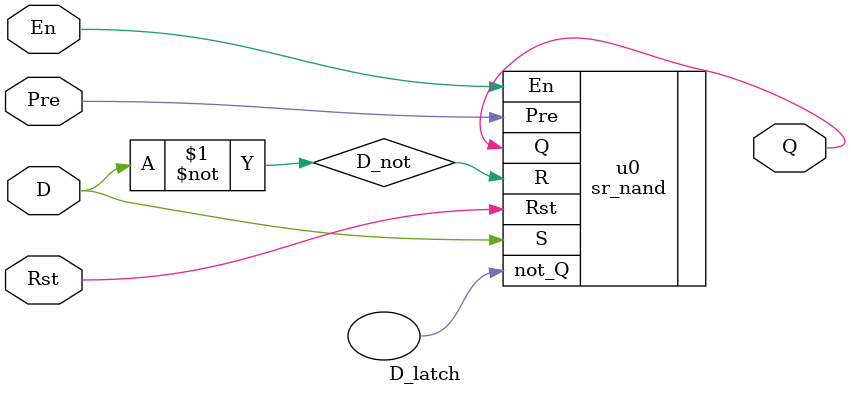
<source format=v>
module D_latch(D,En,Pre,Rst,Q);
  
input D,En,Pre,Rst;
output Q;

wire D_not;

not (D_not,D);
sr_nand u0(.S(D),.R(D_not),.En(En),.Pre(Pre),.Rst(Rst),.Q(Q),.not_Q());

endmodule
</source>
